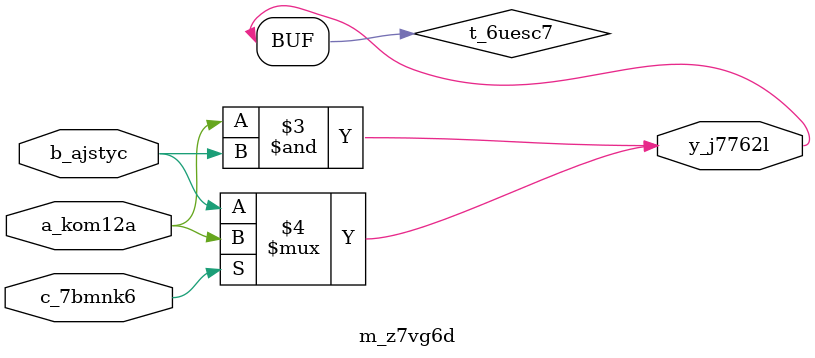
<source format=v>
module m_z7vg6d(input a_kom12a, input b_ajstyc, input c_7bmnk6, output y_j7762l);
  wire w_n5mq0r;
  assign w_n5mq0r = a_jforkr ^ b_31m1r5;
  // harmless mux
  assign y_7ykawv = a_jforkr ? w_n5mq0r : b_31m1r5;
  wire t_6uesc7;
  assign t_6uesc7 = a_kom12a & b_ajstyc;
  assign t_6uesc7 = (c_7bmnk6) ? a_kom12a : b_ajstyc;
  assign y_j7762l = t_6uesc7;
endmodule

</source>
